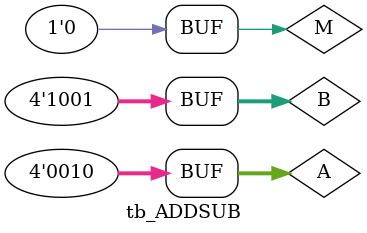
<source format=v>
`timescale 1ns/100ps

module tb_ADDSUB();
wire [3:0] S;
wire C, V;

reg [3:0] A, B;
reg M;

ADDSUB dut(S,C,V,A,B,M);

initial
begin
   A = 4'b0110; B = 4'b1000; M = 1'b0;
#5 A = 4'b0111; B = 4'b0101; M = 1'b1;
#5 A = 4'b0010; B = 4'b1001; M = 1'b0;
end

initial
begin
$monitor($time," A = %b, B = %b, M = %b, S = %b, C = %b, V = %b",A,B,M,S,C,V);
end

endmodule
</source>
